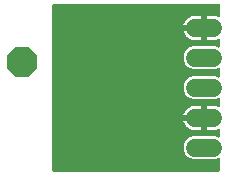
<source format=gbr>
G04 EAGLE Gerber RS-274X export*
G75*
%MOMM*%
%FSLAX34Y34*%
%LPD*%
%INBottom Copper*%
%IPPOS*%
%AMOC8*
5,1,8,0,0,1.08239X$1,22.5*%
G01*
%ADD10C,1.524000*%
%ADD11P,2.749271X8X22.500000*%
%ADD12C,0.756400*%
%ADD13C,1.016000*%

G36*
X199672Y5084D02*
X199672Y5084D01*
X199698Y5082D01*
X199845Y5104D01*
X199992Y5121D01*
X200017Y5129D01*
X200043Y5133D01*
X200181Y5188D01*
X200320Y5238D01*
X200342Y5252D01*
X200367Y5262D01*
X200488Y5347D01*
X200613Y5427D01*
X200631Y5446D01*
X200653Y5461D01*
X200752Y5571D01*
X200855Y5678D01*
X200869Y5700D01*
X200886Y5720D01*
X200958Y5850D01*
X201034Y5977D01*
X201042Y6002D01*
X201055Y6025D01*
X201095Y6168D01*
X201140Y6309D01*
X201142Y6335D01*
X201150Y6360D01*
X201169Y6604D01*
X201169Y15250D01*
X201152Y15399D01*
X201140Y15550D01*
X201132Y15573D01*
X201129Y15597D01*
X201079Y15738D01*
X201033Y15881D01*
X201020Y15902D01*
X201012Y15925D01*
X200930Y16051D01*
X200853Y16180D01*
X200836Y16197D01*
X200823Y16218D01*
X200715Y16322D01*
X200610Y16430D01*
X200590Y16443D01*
X200572Y16460D01*
X200443Y16537D01*
X200317Y16618D01*
X200294Y16626D01*
X200273Y16639D01*
X200130Y16684D01*
X199988Y16735D01*
X199964Y16737D01*
X199941Y16745D01*
X199792Y16757D01*
X199642Y16774D01*
X199618Y16771D01*
X199594Y16773D01*
X199445Y16750D01*
X199296Y16733D01*
X199268Y16724D01*
X199249Y16721D01*
X199205Y16704D01*
X199063Y16658D01*
X196865Y15747D01*
X177785Y15747D01*
X174237Y17217D01*
X171522Y19932D01*
X170052Y23480D01*
X170052Y27320D01*
X171522Y30868D01*
X174237Y33583D01*
X177785Y35053D01*
X196865Y35053D01*
X199063Y34142D01*
X199208Y34101D01*
X199351Y34055D01*
X199375Y34053D01*
X199398Y34047D01*
X199549Y34039D01*
X199698Y34027D01*
X199722Y34031D01*
X199746Y34030D01*
X199894Y34057D01*
X200043Y34079D01*
X200065Y34088D01*
X200089Y34092D01*
X200227Y34152D01*
X200367Y34208D01*
X200387Y34221D01*
X200409Y34231D01*
X200530Y34321D01*
X200653Y34407D01*
X200669Y34424D01*
X200689Y34439D01*
X200786Y34554D01*
X200886Y34665D01*
X200898Y34687D01*
X200914Y34705D01*
X200982Y34839D01*
X201055Y34970D01*
X201061Y34994D01*
X201072Y35015D01*
X201109Y35161D01*
X201150Y35306D01*
X201152Y35335D01*
X201157Y35353D01*
X201157Y35400D01*
X201169Y35550D01*
X201169Y40082D01*
X201165Y40118D01*
X201168Y40154D01*
X201145Y40290D01*
X201129Y40428D01*
X201117Y40462D01*
X201111Y40498D01*
X201059Y40626D01*
X201012Y40756D01*
X200992Y40787D01*
X200979Y40820D01*
X200898Y40932D01*
X200823Y41049D01*
X200797Y41074D01*
X200776Y41103D01*
X200672Y41195D01*
X200572Y41291D01*
X200541Y41310D01*
X200514Y41334D01*
X200392Y41399D01*
X200273Y41470D01*
X200239Y41481D01*
X200207Y41498D01*
X200073Y41534D01*
X199941Y41576D01*
X199905Y41579D01*
X199871Y41589D01*
X199732Y41593D01*
X199594Y41604D01*
X199558Y41599D01*
X199522Y41600D01*
X199386Y41573D01*
X199249Y41553D01*
X199216Y41539D01*
X199180Y41532D01*
X198954Y41439D01*
X198845Y41384D01*
X197324Y40889D01*
X195745Y40639D01*
X189864Y40639D01*
X189864Y49784D01*
X189861Y49810D01*
X189863Y49836D01*
X189841Y49983D01*
X189824Y50130D01*
X189816Y50155D01*
X189812Y50181D01*
X189757Y50318D01*
X189707Y50458D01*
X189693Y50480D01*
X189683Y50505D01*
X189598Y50626D01*
X189518Y50751D01*
X189499Y50769D01*
X189484Y50791D01*
X189468Y50805D01*
X189550Y50890D01*
X189564Y50913D01*
X189581Y50932D01*
X189653Y51062D01*
X189729Y51189D01*
X189737Y51214D01*
X189750Y51237D01*
X189790Y51380D01*
X189835Y51521D01*
X189837Y51547D01*
X189845Y51572D01*
X189864Y51816D01*
X189864Y60961D01*
X195745Y60961D01*
X197324Y60711D01*
X198845Y60216D01*
X198954Y60161D01*
X198988Y60148D01*
X199019Y60130D01*
X199151Y60087D01*
X199281Y60039D01*
X199317Y60035D01*
X199351Y60024D01*
X199489Y60012D01*
X199627Y59995D01*
X199662Y59998D01*
X199698Y59996D01*
X199835Y60016D01*
X199973Y60030D01*
X200007Y60042D01*
X200043Y60047D01*
X200172Y60099D01*
X200303Y60144D01*
X200333Y60163D01*
X200367Y60176D01*
X200480Y60255D01*
X200598Y60329D01*
X200623Y60354D01*
X200653Y60375D01*
X200746Y60478D01*
X200843Y60576D01*
X200862Y60607D01*
X200886Y60634D01*
X200954Y60755D01*
X201026Y60873D01*
X201037Y60907D01*
X201055Y60939D01*
X201093Y61072D01*
X201137Y61204D01*
X201140Y61240D01*
X201150Y61274D01*
X201169Y61518D01*
X201169Y66050D01*
X201168Y66060D01*
X201168Y66063D01*
X201166Y66078D01*
X201152Y66199D01*
X201140Y66350D01*
X201132Y66373D01*
X201129Y66397D01*
X201079Y66538D01*
X201033Y66681D01*
X201020Y66702D01*
X201012Y66725D01*
X200930Y66851D01*
X200853Y66980D01*
X200836Y66997D01*
X200823Y67018D01*
X200715Y67122D01*
X200610Y67230D01*
X200590Y67243D01*
X200572Y67260D01*
X200443Y67337D01*
X200317Y67418D01*
X200294Y67426D01*
X200273Y67439D01*
X200130Y67484D01*
X199988Y67535D01*
X199964Y67537D01*
X199941Y67545D01*
X199792Y67557D01*
X199642Y67574D01*
X199618Y67571D01*
X199594Y67573D01*
X199445Y67550D01*
X199296Y67533D01*
X199268Y67524D01*
X199249Y67521D01*
X199205Y67504D01*
X199063Y67458D01*
X196865Y66547D01*
X177785Y66547D01*
X174237Y68017D01*
X171522Y70732D01*
X170052Y74280D01*
X170052Y78120D01*
X171522Y81668D01*
X174237Y84383D01*
X177785Y85853D01*
X196865Y85853D01*
X199063Y84942D01*
X199208Y84901D01*
X199351Y84855D01*
X199375Y84853D01*
X199398Y84847D01*
X199549Y84839D01*
X199698Y84827D01*
X199722Y84831D01*
X199746Y84830D01*
X199894Y84857D01*
X200043Y84879D01*
X200065Y84888D01*
X200089Y84892D01*
X200227Y84952D01*
X200367Y85008D01*
X200387Y85021D01*
X200409Y85031D01*
X200530Y85121D01*
X200653Y85207D01*
X200669Y85224D01*
X200689Y85239D01*
X200786Y85354D01*
X200886Y85465D01*
X200898Y85487D01*
X200914Y85505D01*
X200982Y85639D01*
X201055Y85770D01*
X201061Y85794D01*
X201072Y85815D01*
X201109Y85961D01*
X201150Y86106D01*
X201152Y86135D01*
X201157Y86153D01*
X201157Y86200D01*
X201169Y86350D01*
X201169Y91450D01*
X201152Y91599D01*
X201140Y91750D01*
X201132Y91773D01*
X201129Y91797D01*
X201079Y91938D01*
X201033Y92081D01*
X201020Y92102D01*
X201012Y92125D01*
X200930Y92251D01*
X200853Y92380D01*
X200836Y92397D01*
X200823Y92418D01*
X200715Y92522D01*
X200610Y92630D01*
X200590Y92643D01*
X200572Y92660D01*
X200443Y92737D01*
X200317Y92818D01*
X200294Y92826D01*
X200273Y92839D01*
X200130Y92884D01*
X199988Y92935D01*
X199964Y92937D01*
X199941Y92945D01*
X199792Y92957D01*
X199642Y92974D01*
X199618Y92971D01*
X199594Y92973D01*
X199445Y92950D01*
X199296Y92933D01*
X199268Y92924D01*
X199249Y92921D01*
X199205Y92904D01*
X199063Y92858D01*
X196865Y91947D01*
X177785Y91947D01*
X174237Y93417D01*
X171522Y96132D01*
X170052Y99680D01*
X170052Y103520D01*
X171522Y107068D01*
X174237Y109783D01*
X177785Y111253D01*
X196865Y111253D01*
X199063Y110342D01*
X199208Y110301D01*
X199351Y110255D01*
X199375Y110253D01*
X199398Y110247D01*
X199549Y110239D01*
X199698Y110227D01*
X199722Y110231D01*
X199746Y110230D01*
X199894Y110257D01*
X200043Y110279D01*
X200065Y110288D01*
X200089Y110292D01*
X200227Y110352D01*
X200367Y110408D01*
X200387Y110421D01*
X200409Y110431D01*
X200530Y110521D01*
X200653Y110607D01*
X200669Y110624D01*
X200689Y110639D01*
X200786Y110754D01*
X200886Y110865D01*
X200898Y110887D01*
X200914Y110905D01*
X200982Y111039D01*
X201055Y111170D01*
X201061Y111194D01*
X201072Y111215D01*
X201109Y111361D01*
X201150Y111506D01*
X201152Y111535D01*
X201157Y111553D01*
X201157Y111600D01*
X201169Y111750D01*
X201169Y116282D01*
X201166Y116306D01*
X201168Y116330D01*
X201167Y116341D01*
X201168Y116354D01*
X201145Y116490D01*
X201129Y116628D01*
X201120Y116656D01*
X201117Y116675D01*
X201114Y116681D01*
X201111Y116698D01*
X201059Y116826D01*
X201012Y116956D01*
X200993Y116985D01*
X200988Y116999D01*
X200986Y117001D01*
X200979Y117020D01*
X200898Y117132D01*
X200823Y117249D01*
X200797Y117274D01*
X200776Y117303D01*
X200672Y117395D01*
X200572Y117491D01*
X200541Y117510D01*
X200514Y117534D01*
X200392Y117599D01*
X200273Y117670D01*
X200239Y117681D01*
X200207Y117698D01*
X200073Y117734D01*
X199941Y117776D01*
X199905Y117779D01*
X199871Y117789D01*
X199754Y117793D01*
X199646Y117801D01*
X199638Y117801D01*
X199636Y117801D01*
X199594Y117804D01*
X199558Y117799D01*
X199522Y117800D01*
X199386Y117773D01*
X199357Y117769D01*
X199292Y117761D01*
X199281Y117757D01*
X199249Y117753D01*
X199216Y117739D01*
X199180Y117732D01*
X198979Y117649D01*
X198964Y117644D01*
X198960Y117642D01*
X198954Y117639D01*
X198845Y117584D01*
X197324Y117089D01*
X195745Y116839D01*
X189864Y116839D01*
X189864Y125984D01*
X189861Y126010D01*
X189863Y126036D01*
X189841Y126183D01*
X189824Y126330D01*
X189816Y126355D01*
X189812Y126381D01*
X189757Y126518D01*
X189707Y126658D01*
X189693Y126680D01*
X189683Y126705D01*
X189598Y126826D01*
X189518Y126951D01*
X189499Y126969D01*
X189484Y126991D01*
X189468Y127005D01*
X189550Y127090D01*
X189564Y127113D01*
X189581Y127132D01*
X189653Y127262D01*
X189729Y127389D01*
X189737Y127414D01*
X189750Y127437D01*
X189790Y127580D01*
X189835Y127721D01*
X189837Y127747D01*
X189845Y127772D01*
X189864Y128016D01*
X189864Y137161D01*
X195745Y137161D01*
X197324Y136911D01*
X198845Y136416D01*
X198954Y136361D01*
X198988Y136348D01*
X199019Y136330D01*
X199151Y136287D01*
X199281Y136239D01*
X199317Y136235D01*
X199351Y136224D01*
X199489Y136212D01*
X199627Y136195D01*
X199662Y136198D01*
X199698Y136196D01*
X199835Y136216D01*
X199973Y136230D01*
X200007Y136242D01*
X200043Y136247D01*
X200172Y136299D01*
X200303Y136344D01*
X200333Y136363D01*
X200367Y136376D01*
X200480Y136455D01*
X200598Y136529D01*
X200623Y136554D01*
X200653Y136575D01*
X200746Y136678D01*
X200843Y136776D01*
X200862Y136807D01*
X200886Y136834D01*
X200954Y136955D01*
X201026Y137073D01*
X201037Y137107D01*
X201055Y137139D01*
X201093Y137272D01*
X201137Y137404D01*
X201140Y137440D01*
X201150Y137474D01*
X201169Y137718D01*
X201169Y145696D01*
X201166Y145722D01*
X201168Y145748D01*
X201146Y145895D01*
X201129Y146042D01*
X201121Y146067D01*
X201117Y146093D01*
X201062Y146231D01*
X201012Y146370D01*
X200998Y146392D01*
X200988Y146417D01*
X200903Y146538D01*
X200823Y146663D01*
X200804Y146681D01*
X200789Y146703D01*
X200679Y146802D01*
X200572Y146905D01*
X200550Y146919D01*
X200530Y146936D01*
X200400Y147008D01*
X200273Y147084D01*
X200248Y147092D01*
X200225Y147105D01*
X200082Y147145D01*
X199941Y147190D01*
X199915Y147192D01*
X199890Y147200D01*
X199646Y147219D01*
X60325Y147219D01*
X60299Y147216D01*
X60273Y147218D01*
X60126Y147196D01*
X59979Y147179D01*
X59954Y147171D01*
X59928Y147167D01*
X59790Y147112D01*
X59651Y147062D01*
X59629Y147048D01*
X59604Y147038D01*
X59483Y146953D01*
X59358Y146873D01*
X59340Y146854D01*
X59318Y146839D01*
X59219Y146729D01*
X59116Y146622D01*
X59102Y146600D01*
X59085Y146580D01*
X59013Y146450D01*
X58937Y146323D01*
X58929Y146298D01*
X58916Y146275D01*
X58876Y146132D01*
X58831Y145991D01*
X58829Y145965D01*
X58821Y145940D01*
X58802Y145696D01*
X58802Y6604D01*
X58805Y6578D01*
X58803Y6552D01*
X58825Y6405D01*
X58842Y6258D01*
X58850Y6233D01*
X58854Y6207D01*
X58909Y6069D01*
X58959Y5930D01*
X58973Y5908D01*
X58983Y5883D01*
X59068Y5762D01*
X59148Y5637D01*
X59167Y5619D01*
X59182Y5597D01*
X59292Y5498D01*
X59399Y5395D01*
X59421Y5381D01*
X59441Y5364D01*
X59571Y5292D01*
X59698Y5216D01*
X59723Y5208D01*
X59746Y5195D01*
X59889Y5155D01*
X60030Y5110D01*
X60056Y5108D01*
X60081Y5100D01*
X60325Y5081D01*
X199646Y5081D01*
X199672Y5084D01*
G37*
%LPC*%
G36*
X169846Y129539D02*
X169846Y129539D01*
X170289Y130900D01*
X171015Y132325D01*
X171955Y133619D01*
X173086Y134750D01*
X174380Y135690D01*
X175805Y136416D01*
X177326Y136911D01*
X178905Y137161D01*
X184786Y137161D01*
X184786Y129539D01*
X169846Y129539D01*
G37*
%LPD*%
%LPC*%
G36*
X169846Y53339D02*
X169846Y53339D01*
X170289Y54700D01*
X171015Y56125D01*
X171955Y57419D01*
X173086Y58550D01*
X174380Y59490D01*
X175805Y60216D01*
X177326Y60711D01*
X178905Y60961D01*
X184786Y60961D01*
X184786Y53339D01*
X169846Y53339D01*
G37*
%LPD*%
%LPC*%
G36*
X178905Y116839D02*
X178905Y116839D01*
X177326Y117089D01*
X175805Y117584D01*
X174380Y118310D01*
X173086Y119250D01*
X171955Y120381D01*
X171015Y121675D01*
X170289Y123100D01*
X169846Y124461D01*
X184786Y124461D01*
X184786Y116839D01*
X178905Y116839D01*
G37*
%LPD*%
%LPC*%
G36*
X178905Y40639D02*
X178905Y40639D01*
X177326Y40889D01*
X175805Y41384D01*
X174380Y42110D01*
X173086Y43050D01*
X171955Y44181D01*
X171015Y45475D01*
X170289Y46900D01*
X169846Y48261D01*
X184786Y48261D01*
X184786Y40639D01*
X178905Y40639D01*
G37*
%LPD*%
D10*
X179705Y127000D02*
X194945Y127000D01*
X194945Y101600D02*
X179705Y101600D01*
X179705Y76200D02*
X194945Y76200D01*
X194945Y50800D02*
X179705Y50800D01*
X179705Y25400D02*
X194945Y25400D01*
D11*
X33020Y97790D03*
D12*
X101600Y45720D03*
D13*
X166370Y120650D03*
M02*

</source>
